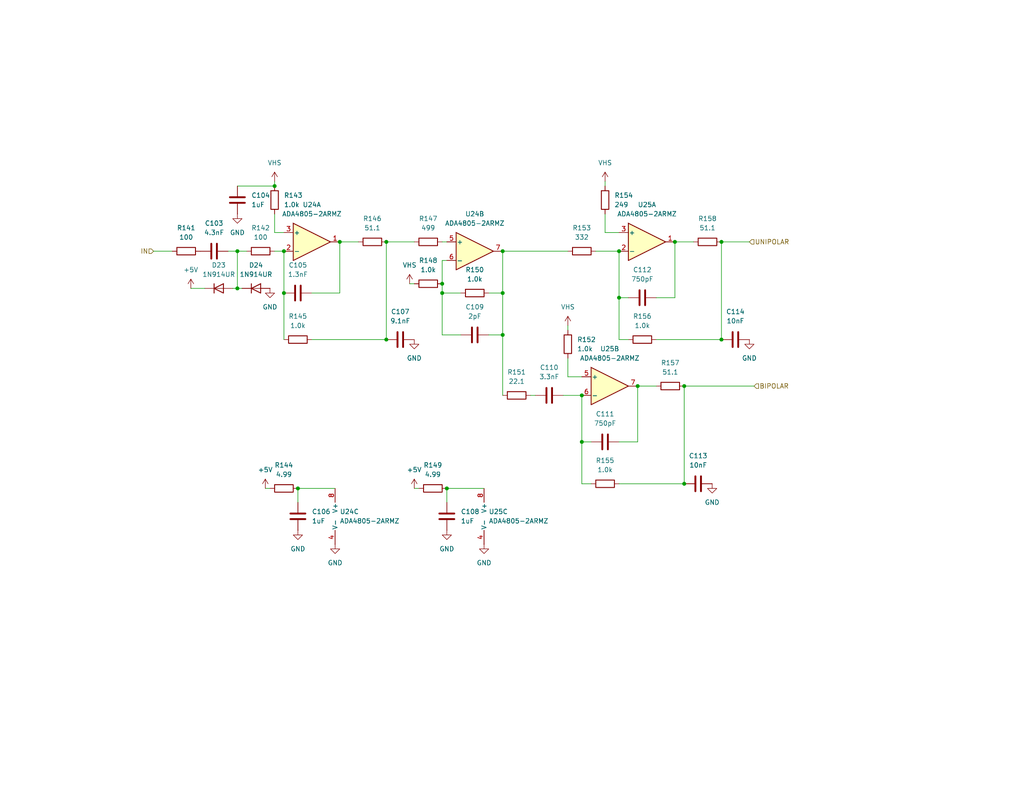
<source format=kicad_sch>
(kicad_sch (version 20231120) (generator "eeschema") (generator_version "8.0")
  (paper "USLetter")
  (title_block (title "QuERI MPU") (date "2024-07-10") (rev "RR4") (company "Noqsi Aerospace Ltd") (comment 1 "15 Blanchard Avenue, Billerica MA 01821") (comment 2 "jpd@noqsi.com"))
  (lib_symbols
    (symbol "QuERI_symbols:+2.5F" (power) (pin_names (offset 0))
      (property "Value" "+2.5F" (at 0 3.556 0))
      (symbol "+2.5F_0_1"
        (polyline (pts (xy -0.762 1.27) (xy 0 2.54)))
        (polyline (pts (xy 0 0) (xy 0 2.54)))
        (polyline (pts (xy 0 2.54) (xy 0.762 1.27)))
      )
      (symbol "+2.5F_1_1"
        (pin power_in line (at 0 0 90) (length 0) hide (name "+2.5F") (number "1"))
      )
    )
    (symbol "QuERI_symbols:1N914UR" (pin_numbers hide) (pin_names hide)
      (property "Reference" "D" (at 0 2.54 0))
      (property "Value" "1N914UR" (at 0 -2.54 0))
      (symbol "1N914UR_0_1"
        (polyline (pts (xy -1.27 1.27) (xy -1.27 -1.27)) (stroke (width 0.254)))
        (polyline (pts (xy 1.27 0) (xy -1.27 0)))
        (polyline (pts (xy 1.27 1.27) (xy 1.27 -1.27) (xy -1.27 0) (xy 1.27 1.27)) (stroke (width 0.254)))
      )
      (symbol "1N914UR_1_1"
        (pin passive line (at -3.81 0 0) (length 2.54) (name "K") (number "1"))
        (pin passive line (at 3.81 0 180) (length 2.54) (name "A") (number "2"))
      )
    )
    (symbol "QuERI_symbols:ADA4805-2ARMZ" (pin_names (offset 0.127))
      (property "Reference" "U" (at 0 5.08 0))
      (property "Value" "ADA4805-2ARMZ" (at 0 -5.08 0))
      (symbol "ADA4805-2ARMZ_1_1"
        (polyline (pts (xy -5.08 5.08) (xy 5.08 0) (xy -5.08 -5.08) (xy -5.08 5.08)) (stroke (width 0.254)) (fill (type background)))
        (pin output line (at 7.62 0 180) (length 2.54) (name "~") (number "1"))
        (pin input line (at -7.62 -2.54 0) (length 2.54) (name "-") (number "2"))
        (pin input line (at -7.62 2.54 0) (length 2.54) (name "+") (number "3"))
      )
      (symbol "ADA4805-2ARMZ_2_1"
        (polyline (pts (xy -5.08 5.08) (xy 5.08 0) (xy -5.08 -5.08) (xy -5.08 5.08)) (stroke (width 0.254)) (fill (type background)))
        (pin input line (at -7.62 2.54 0) (length 2.54) (name "+") (number "5"))
        (pin input line (at -7.62 -2.54 0) (length 2.54) (name "-") (number "6"))
        (pin output line (at 7.62 0 180) (length 2.54) (name "~") (number "7"))
      )
      (symbol "ADA4805-2ARMZ_3_1"
        (pin power_in line (at -2.54 -7.62 90) (length 3.81) (name "V-") (number "4"))
        (pin power_in line (at -2.54 7.62 270) (length 3.81) (name "V+") (number "8"))
      )
    )
    (symbol "QuERI_symbols:C" (pin_numbers hide) (pin_names (offset 0.254))
      (property "Reference" "C" (at 0.635 2.54 0))
      (property "Value" "1uF" (at 0.635 -2.54 0))
      (symbol "C_0_1"
        (polyline (pts (xy -2.032 -0.762) (xy 2.032 -0.762)) (stroke (width 0.508)))
        (polyline (pts (xy -2.032 0.762) (xy 2.032 0.762)) (stroke (width 0.508)))
      )
      (symbol "C_1_1"
        (pin passive line (at 0 3.81 270) (length 2.794) (name "~") (number "1"))
        (pin passive line (at 0 -3.81 90) (length 2.794) (name "~") (number "2"))
      )
    )
    (symbol "QuERI_symbols:Csmall" (pin_numbers hide) (pin_names (offset 0.254))
      (property "Reference" "C" (at 0.635 2.54 0))
      (property "Value" "Csmall" (at 0.635 -2.54 0))
      (symbol "Csmall_0_1"
        (polyline (pts (xy -2.032 -0.762) (xy 2.032 -0.762)) (stroke (width 0.508)))
        (polyline (pts (xy -2.032 0.762) (xy 2.032 0.762)) (stroke (width 0.508)))
      )
      (symbol "Csmall_1_1"
        (pin passive line (at 0 3.81 270) (length 2.794) (name "~") (number "1"))
        (pin passive line (at 0 -3.81 90) (length 2.794) (name "~") (number "2"))
      )
    )
    (symbol "QuERI_symbols:Rlowp" (pin_numbers hide) (pin_names (offset 0))
      (property "Reference" "R" (at 2.032 0 90))
      (property "Value" "Rlowp" (at 0 0 90))
      (symbol "Rlowp_0_1"
        (rectangle (start -1.016 -2.54) (end 1.016 2.54) (stroke (width 0.254)))
      )
      (symbol "Rlowp_1_1"
        (pin passive line (at 0 3.81 270) (length 1.27) (name "~") (number "1"))
        (pin passive line (at 0 -3.81 90) (length 1.27) (name "~") (number "2"))
      )
    )
    (symbol "power:+5V" (power) (pin_numbers hide) (pin_names (offset 0) hide)
      (property "Value" "+5V" (at 0 3.556 0))
      (symbol "+5V_0_1"
        (polyline (pts (xy -0.762 1.27) (xy 0 2.54)))
        (polyline (pts (xy 0 0) (xy 0 2.54)))
        (polyline (pts (xy 0 2.54) (xy 0.762 1.27)))
      )
      (symbol "+5V_1_1"
        (pin power_in line (at 0 0 90) (length 0) (name "~") (number "1"))
      )
    )
    (symbol "power:GND" (power) (pin_numbers hide) (pin_names (offset 0) hide)
      (property "Value" "GND" (at 0 -3.81 0))
      (symbol "GND_0_1"
        (polyline (pts (xy 0 0) (xy 0 -1.27) (xy 1.27 -1.27) (xy 0 -2.54) (xy -1.27 -1.27) (xy 0 -1.27)))
      )
      (symbol "GND_1_1"
        (pin power_in line (at 0 0 270) (length 0) (name "~") (number "1"))
      )
    )
  )
  (junction (at 196.85 66.04))
  (junction (at 186.69 105.41))
  (junction (at 64.77 78.74))
  (junction (at 120.65 80.01))
  (junction (at 173.99 105.41))
  (junction (at 158.75 120.65))
  (junction (at 158.75 107.95))
  (junction (at 77.47 68.58))
  (junction (at 168.91 81.28))
  (junction (at 137.16 91.44))
  (junction (at 121.92 133.35))
  (junction (at 64.77 68.58))
  (junction (at 168.91 68.58))
  (junction (at 81.28 133.35))
  (junction (at 77.47 80.01))
  (junction (at 196.85 92.71))
  (junction (at 74.93 50.8))
  (junction (at 137.16 68.58))
  (junction (at 137.16 80.01))
  (junction (at 120.65 77.47))
  (junction (at 105.41 92.71))
  (junction (at 105.41 66.04))
  (junction (at 92.71 66.04))
  (junction (at 184.15 66.04))
  (junction (at 186.69 132.08))
  (wire (pts (xy 85.09 80.01) (xy 92.71 80.01)))
  (wire (pts (xy 158.75 120.65) (xy 161.29 120.65)))
  (wire (pts (xy 64.77 50.8) (xy 74.93 50.8)))
  (wire (pts (xy 62.23 68.58) (xy 64.77 68.58)))
  (wire (pts (xy 113.03 133.35) (xy 114.3 133.35)))
  (wire (pts (xy 171.45 92.71) (xy 168.91 92.71)))
  (wire (pts (xy 168.91 120.65) (xy 173.99 120.65)))
  (wire (pts (xy 184.15 81.28) (xy 184.15 66.04)))
  (wire (pts (xy 173.99 105.41) (xy 179.07 105.41)))
  (wire (pts (xy 168.91 81.28) (xy 168.91 68.58)))
  (wire (pts (xy 81.28 133.35) (xy 81.28 137.16)))
  (wire (pts (xy 64.77 78.74) (xy 66.04 78.74)))
  (wire (pts (xy 125.73 80.01) (xy 120.65 80.01)))
  (wire (pts (xy 186.69 105.41) (xy 205.74 105.41)))
  (wire (pts (xy 168.91 92.71) (xy 168.91 81.28)))
  (wire (pts (xy 85.09 92.71) (xy 105.41 92.71)))
  (wire (pts (xy 105.41 66.04) (xy 113.03 66.04)))
  (wire (pts (xy 72.39 133.35) (xy 73.66 133.35)))
  (wire (pts (xy 179.07 92.71) (xy 196.85 92.71)))
  (wire (pts (xy 74.93 49.53) (xy 74.93 50.8)))
  (wire (pts (xy 137.16 68.58) (xy 154.94 68.58)))
  (wire (pts (xy 154.94 97.79) (xy 154.94 102.87)))
  (wire (pts (xy 77.47 80.01) (xy 77.47 92.71)))
  (wire (pts (xy 173.99 120.65) (xy 173.99 105.41)))
  (wire (pts (xy 120.65 80.01) (xy 120.65 77.47)))
  (wire (pts (xy 63.5 78.74) (xy 64.77 78.74)))
  (wire (pts (xy 154.94 102.87) (xy 158.75 102.87)))
  (wire (pts (xy 74.93 68.58) (xy 77.47 68.58)))
  (wire (pts (xy 121.92 133.35) (xy 121.92 137.16)))
  (wire (pts (xy 168.91 132.08) (xy 186.69 132.08)))
  (wire (pts (xy 74.93 58.42) (xy 74.93 63.5)))
  (wire (pts (xy 162.56 68.58) (xy 168.91 68.58)))
  (wire (pts (xy 77.47 68.58) (xy 77.47 80.01)))
  (wire (pts (xy 133.35 91.44) (xy 137.16 91.44)))
  (wire (pts (xy 81.28 133.35) (xy 91.44 133.35)))
  (wire (pts (xy 161.29 132.08) (xy 158.75 132.08)))
  (wire (pts (xy 179.07 81.28) (xy 184.15 81.28)))
  (wire (pts (xy 92.71 80.01) (xy 92.71 66.04)))
  (wire (pts (xy 125.73 91.44) (xy 120.65 91.44)))
  (wire (pts (xy 168.91 81.28) (xy 171.45 81.28)))
  (wire (pts (xy 153.67 107.95) (xy 158.75 107.95)))
  (wire (pts (xy 74.93 63.5) (xy 77.47 63.5)))
  (wire (pts (xy 165.1 63.5) (xy 168.91 63.5)))
  (wire (pts (xy 121.92 133.35) (xy 132.08 133.35)))
  (wire (pts (xy 111.76 77.47) (xy 113.03 77.47)))
  (wire (pts (xy 64.77 68.58) (xy 64.77 78.74)))
  (wire (pts (xy 144.78 107.95) (xy 146.05 107.95)))
  (wire (pts (xy 165.1 49.53) (xy 165.1 50.8)))
  (wire (pts (xy 120.65 66.04) (xy 121.92 66.04)))
  (wire (pts (xy 133.35 80.01) (xy 137.16 80.01)))
  (wire (pts (xy 184.15 66.04) (xy 189.23 66.04)))
  (wire (pts (xy 92.71 66.04) (xy 97.79 66.04)))
  (wire (pts (xy 64.77 68.58) (xy 67.31 68.58)))
  (wire (pts (xy 196.85 66.04) (xy 204.47 66.04)))
  (wire (pts (xy 120.65 71.12) (xy 121.92 71.12)))
  (wire (pts (xy 41.91 68.58) (xy 46.99 68.58)))
  (wire (pts (xy 137.16 91.44) (xy 137.16 107.95)))
  (wire (pts (xy 196.85 92.71) (xy 196.85 66.04)))
  (wire (pts (xy 120.65 91.44) (xy 120.65 80.01)))
  (wire (pts (xy 137.16 80.01) (xy 137.16 68.58)))
  (wire (pts (xy 105.41 92.71) (xy 105.41 66.04)))
  (wire (pts (xy 137.16 91.44) (xy 137.16 80.01)))
  (wire (pts (xy 154.94 88.9) (xy 154.94 90.17)))
  (wire (pts (xy 158.75 120.65) (xy 158.75 107.95)))
  (wire (pts (xy 165.1 58.42) (xy 165.1 63.5)))
  (wire (pts (xy 158.75 132.08) (xy 158.75 120.65)))
  (wire (pts (xy 52.07 78.74) (xy 55.88 78.74)))
  (wire (pts (xy 186.69 132.08) (xy 186.69 105.41)))
  (wire (pts (xy 120.65 77.47) (xy 120.65 71.12)))
  (hierarchical_label "IN" (shape input) (at 41.91 68.58 180))
  (hierarchical_label "UNIPOLAR" (shape input) (at 204.47 66.04 0))
  (hierarchical_label "BIPOLAR" (shape input) (at 205.74 105.41 0))
  (symbol (lib_id "power:+5V") (at 52.07 78.74 0) (unit 1)
    (property "Reference" "#PWR0212" (effects (hide yes)))
    (property "Value" "+5V" (at 52.07 73.66 0))
    (property "Description" "Power symbol creates a global label with name \"+5V\"" (effects (hide yes)))
    (instances (project "MPU" (path "" (reference "#PWR0212") (unit 1)) (path "" (reference "#PWR0196") (unit 1))))
  )
  (symbol (lib_id "QuERI_symbols:Csmall") (at 81.28 80.01 90) (unit 1)
    (property "Reference" "C105" (at 81.28 72.39 90))
    (property "Value" "1.3nF" (at 81.28 74.93 90))
    (property "Footprint" "Capacitor_SMD:C_0603_1608Metric" (effects (hide yes)))
    (property "Description" "Unpolarized capacitor" (effects (hide yes)))
    (property "Spec" "50WVDC C0G" (effects (hide yes)))
    (instances (project "MPU" (path "" (reference "C105") (unit 1)) (path "" (reference "C93") (unit 1))))
  )
  (symbol (lib_id "QuERI_symbols:C") (at 64.77 54.61 0) (unit 1)
    (property "Reference" "C104" (at 68.58 53.34 0) (effects (justify left)))
    (property "Value" "1uF" (at 68.58 55.88 0) (effects (justify left)))
    (property "Footprint" "Capacitor_SMD:C_0805_2012Metric" (effects (hide yes)))
    (property "Description" "Unpolarized capacitor" (effects (hide yes)))
    (property "Spec" "16WVDC X7R" (effects (hide yes)))
    (instances (project "MPU" (path "" (reference "C104") (unit 1)) (path "" (reference "C92") (unit 1))))
  )
  (symbol (lib_id "QuERI_symbols:ADA4805-2ARMZ") (at 166.37 105.41 0) (unit 2)
    (property "Reference" "U25" (at 166.37 95.25 0))
    (property "Value" "ADA4805-2ARMZ" (at 166.37 97.79 0))
    (property "Footprint" "Package_SO:MSOP-8_3x3mm_P0.65mm" (effects (hide yes)))
    (property "Datasheet" "https://www.analog.com/media/en/technical-documentation/data-sheets/ADA4805-1_4805-2.pdf" (effects (hide yes)))
    (property "Description" "Dual Operational Amplifiers, DIP-8/SOIC-8/TSSOP-8/VSSOP-8" (effects (hide yes)))
    (instances (project "MPU" (path "" (reference "U25") (unit 2)) (path "" (reference "U23") (unit 2))))
  )
  (symbol (lib_id "power:GND") (at 132.08 148.59 0) (unit 1)
    (property "Reference" "#PWR0223" (effects (hide yes)))
    (property "Value" "GND" (at 132.08 153.67 0))
    (property "Description" "Power symbol creates a global label with name \"GND\" , ground" (effects (hide yes)))
    (instances (project "MPU" (path "" (reference "#PWR0223") (unit 1)) (path "" (reference "#PWR0207") (unit 1))))
  )
  (symbol (lib_id "QuERI_symbols:C") (at 81.28 140.97 0) (unit 1)
    (property "Reference" "C106" (at 85.09 139.7 0) (effects (justify left)))
    (property "Value" "1uF" (at 85.09 142.24 0) (effects (justify left)))
    (property "Footprint" "Capacitor_SMD:C_0805_2012Metric" (effects (hide yes)))
    (property "Description" "Unpolarized capacitor" (effects (hide yes)))
    (property "Spec" "16WVDC X7R" (effects (hide yes)))
    (instances (project "MPU" (path "" (reference "C106") (unit 1)) (path "" (reference "C94") (unit 1))))
  )
  (symbol (lib_id "power:GND") (at 121.92 144.78 0) (unit 1)
    (property "Reference" "#PWR0222" (effects (hide yes)))
    (property "Value" "GND" (at 121.92 149.86 0))
    (property "Description" "Power symbol creates a global label with name \"GND\" , ground" (effects (hide yes)))
    (instances (project "MPU" (path "" (reference "#PWR0222") (unit 1)) (path "" (reference "#PWR0206") (unit 1))))
  )
  (symbol (lib_id "QuERI_symbols:Rlowp") (at 50.8 68.58 90) (unit 1)
    (property "Reference" "R141" (at 50.8 62.23 90))
    (property "Value" "100" (at 50.8 64.77 90))
    (property "Footprint" "Resistor_SMD:R_0603_1608Metric" (effects (hide yes)))
    (property "Description" "Resistor" (effects (hide yes)))
    (property "Spec" "1% 1/10W" (effects (hide yes)))
    (instances (project "MPU" (path "" (reference "R141") (unit 1)) (path "" (reference "R123") (unit 1))))
  )
  (symbol (lib_id "QuERI_symbols:Rlowp") (at 74.93 54.61 0) (unit 1)
    (property "Reference" "R143" (at 77.47 53.34 0) (effects (justify left)))
    (property "Value" "1.0k" (at 77.47 55.88 0) (effects (justify left)))
    (property "Footprint" "Resistor_SMD:R_0603_1608Metric" (effects (hide yes)))
    (property "Description" "Resistor" (effects (hide yes)))
    (property "Spec" "1% 1/10W" (effects (hide yes)))
    (instances (project "MPU" (path "" (reference "R143") (unit 1)) (path "" (reference "R125") (unit 1))))
  )
  (symbol (lib_id "power:GND") (at 91.44 148.59 0) (unit 1)
    (property "Reference" "#PWR0218" (effects (hide yes)))
    (property "Value" "GND" (at 91.44 153.67 0))
    (property "Description" "Power symbol creates a global label with name \"GND\" , ground" (effects (hide yes)))
    (instances (project "MPU" (path "" (reference "#PWR0218") (unit 1)) (path "" (reference "#PWR0202") (unit 1))))
  )
  (symbol (lib_id "QuERI_symbols:Rlowp") (at 175.26 92.71 90) (unit 1)
    (property "Reference" "R156" (at 175.26 86.36 90))
    (property "Value" "1.0k" (at 175.26 88.9 90))
    (property "Footprint" "Resistor_SMD:R_0603_1608Metric" (effects (hide yes)))
    (property "Description" "Resistor" (effects (hide yes)))
    (property "Spec" "1% 1/10W" (effects (hide yes)))
    (instances (project "MPU" (path "" (reference "R156") (unit 1)) (path "" (reference "R138") (unit 1))))
  )
  (symbol (lib_id "QuERI_symbols:1N914UR") (at 69.85 78.74 0) (unit 1)
    (property "Reference" "D24" (at 69.85 72.39 0))
    (property "Value" "1N914UR" (at 69.85 74.93 0))
    (property "Footprint" "Diode_SMD:D_MiniMELF" (effects (hide yes)))
    (property "Description" "General Purpose Switching Diode" (effects (hide yes)))
    (property "Sim.Device" "D" (effects (hide yes)))
    (property "Sim.Pins" "1=K 2=A" (effects (hide yes)))
    (instances (project "MPU" (path "" (reference "D24") (unit 1)) (path "" (reference "D22") (unit 1))))
  )
  (symbol (lib_id "QuERI_symbols:+2.5F") (at 74.93 49.53 0) (unit 1)
    (property "Reference" "#PWR0216" (effects (hide yes)))
    (property "Value" "VHS" (at 74.93 44.45 0))
    (property "Description" "Power symbol creates a global label with name \"+2.5F\"" (effects (hide yes)))
    (instances (project "MPU" (path "" (reference "#PWR0216") (unit 1)) (path "" (reference "#PWR0200") (unit 1))))
  )
  (symbol (lib_id "QuERI_symbols:Rlowp") (at 193.04 66.04 90) (unit 1)
    (property "Reference" "R158" (at 193.04 59.69 90))
    (property "Value" "51.1" (at 193.04 62.23 90))
    (property "Footprint" "Resistor_SMD:R_0603_1608Metric" (effects (hide yes)))
    (property "Description" "Resistor" (effects (hide yes)))
    (property "Spec" "1% 1/10W" (effects (hide yes)))
    (instances (project "MPU" (path "" (reference "R158") (unit 1)) (path "" (reference "R140") (unit 1))))
  )
  (symbol (lib_id "QuERI_symbols:Csmall") (at 200.66 92.71 90) (unit 1)
    (property "Reference" "C114" (at 200.66 85.09 90))
    (property "Value" "10nF" (at 200.66 87.63 90))
    (property "Footprint" "Capacitor_SMD:C_0603_1608Metric" (effects (hide yes)))
    (property "Description" "Unpolarized capacitor" (effects (hide yes)))
    (property "Spec" "50WVDC C0G" (effects (hide yes)))
    (instances (project "MPU" (path "" (reference "C114") (unit 1)) (path "" (reference "C102") (unit 1))))
  )
  (symbol (lib_id "QuERI_symbols:Rlowp") (at 101.6 66.04 90) (unit 1)
    (property "Reference" "R146" (at 101.6 59.69 90))
    (property "Value" "51.1" (at 101.6 62.23 90))
    (property "Footprint" "Resistor_SMD:R_0603_1608Metric" (effects (hide yes)))
    (property "Description" "Resistor" (effects (hide yes)))
    (property "Spec" "1% 1/10W" (effects (hide yes)))
    (instances (project "MPU" (path "" (reference "R146") (unit 1)) (path "" (reference "R128") (unit 1))))
  )
  (symbol (lib_id "QuERI_symbols:+2.5F") (at 154.94 88.9 0) (unit 1)
    (property "Reference" "#PWR0224" (effects (hide yes)))
    (property "Value" "VHS" (at 154.94 83.82 0))
    (property "Description" "Power symbol creates a global label with name \"+2.5F\"" (effects (hide yes)))
    (instances (project "MPU" (path "" (reference "#PWR0224") (unit 1)) (path "" (reference "#PWR0208") (unit 1))))
  )
  (symbol (lib_id "QuERI_symbols:Csmall") (at 129.54 91.44 90) (unit 1)
    (property "Reference" "C109" (at 129.54 83.82 90))
    (property "Value" "2pF" (at 129.54 86.36 90))
    (property "Footprint" "Capacitor_SMD:C_0603_1608Metric" (effects (hide yes)))
    (property "Description" "Unpolarized capacitor" (effects (hide yes)))
    (property "Spec" "50WVDC C0G" (effects (hide yes)))
    (instances (project "MPU" (path "" (reference "C109") (unit 1)) (path "" (reference "C97") (unit 1))))
  )
  (symbol (lib_id "power:GND") (at 194.31 132.08 0) (unit 1)
    (property "Reference" "#PWR0226" (effects (hide yes)))
    (property "Value" "GND" (at 194.31 137.16 0))
    (property "Description" "Power symbol creates a global label with name \"GND\" , ground" (effects (hide yes)))
    (instances (project "MPU" (path "" (reference "#PWR0226") (unit 1)) (path "" (reference "#PWR0210") (unit 1))))
  )
  (symbol (lib_id "QuERI_symbols:Csmall") (at 109.22 92.71 90) (unit 1)
    (property "Reference" "C107" (at 109.22 85.09 90))
    (property "Value" "9.1nF" (at 109.22 87.63 90))
    (property "Footprint" "Capacitor_SMD:C_0603_1608Metric" (effects (hide yes)))
    (property "Description" "Unpolarized capacitor" (effects (hide yes)))
    (property "Spec" "50WVDC C0G" (effects (hide yes)))
    (instances (project "MPU" (path "" (reference "C107") (unit 1)) (path "" (reference "C95") (unit 1))))
  )
  (symbol (lib_id "QuERI_symbols:Csmall") (at 165.1 120.65 90) (unit 1)
    (property "Reference" "C111" (at 165.1 113.03 90))
    (property "Value" "750pF" (at 165.1 115.57 90))
    (property "Footprint" "Capacitor_SMD:C_0603_1608Metric" (effects (hide yes)))
    (property "Description" "Unpolarized capacitor" (effects (hide yes)))
    (property "Spec" "50WVDC C0G" (effects (hide yes)))
    (instances (project "MPU" (path "" (reference "C111") (unit 1)) (path "" (reference "C99") (unit 1))))
  )
  (symbol (lib_id "QuERI_symbols:Rlowp") (at 77.47 133.35 90) (unit 1)
    (property "Reference" "R144" (at 77.47 127 90))
    (property "Value" "4.99" (at 77.47 129.54 90))
    (property "Footprint" "Resistor_SMD:R_0603_1608Metric" (effects (hide yes)))
    (property "Description" "Resistor" (effects (hide yes)))
    (property "Spec" "1% 1/10W" (effects (hide yes)))
    (instances (project "MPU" (path "" (reference "R144") (unit 1)) (path "" (reference "R126") (unit 1))))
  )
  (symbol (lib_id "QuERI_symbols:Rlowp") (at 118.11 133.35 90) (unit 1)
    (property "Reference" "R149" (at 118.11 127 90))
    (property "Value" "4.99" (at 118.11 129.54 90))
    (property "Footprint" "Resistor_SMD:R_0603_1608Metric" (effects (hide yes)))
    (property "Description" "Resistor" (effects (hide yes)))
    (property "Spec" "1% 1/10W" (effects (hide yes)))
    (instances (project "MPU" (path "" (reference "R149") (unit 1)) (path "" (reference "R131") (unit 1))))
  )
  (symbol (lib_id "power:+5V") (at 113.03 133.35 0) (unit 1)
    (property "Reference" "#PWR0221" (effects (hide yes)))
    (property "Value" "+5V" (at 113.03 128.27 0))
    (property "Description" "Power symbol creates a global label with name \"+5V\"" (effects (hide yes)))
    (instances (project "MPU" (path "" (reference "#PWR0221") (unit 1)) (path "" (reference "#PWR0205") (unit 1))))
  )
  (symbol (lib_id "QuERI_symbols:Csmall") (at 190.5 132.08 90) (unit 1)
    (property "Reference" "C113" (at 190.5 124.46 90))
    (property "Value" "10nF" (at 190.5 127 90))
    (property "Footprint" "Capacitor_SMD:C_0603_1608Metric" (effects (hide yes)))
    (property "Description" "Unpolarized capacitor" (effects (hide yes)))
    (property "Spec" "50WVDC C0G" (effects (hide yes)))
    (instances (project "MPU" (path "" (reference "C113") (unit 1)) (path "" (reference "C101") (unit 1))))
  )
  (symbol (lib_id "QuERI_symbols:+2.5F") (at 111.76 77.47 0) (unit 1)
    (property "Reference" "#PWR0219" (effects (hide yes)))
    (property "Value" "VHS" (at 111.76 72.39 0))
    (property "Description" "Power symbol creates a global label with name \"+2.5F\"" (effects (hide yes)))
    (instances (project "MPU" (path "" (reference "#PWR0219") (unit 1)) (path "" (reference "#PWR0203") (unit 1))))
  )
  (symbol (lib_id "power:GND") (at 81.28 144.78 0) (unit 1)
    (property "Reference" "#PWR0217" (effects (hide yes)))
    (property "Value" "GND" (at 81.28 149.86 0))
    (property "Description" "Power symbol creates a global label with name \"GND\" , ground" (effects (hide yes)))
    (instances (project "MPU" (path "" (reference "#PWR0217") (unit 1)) (path "" (reference "#PWR0201") (unit 1))))
  )
  (symbol (lib_id "QuERI_symbols:Csmall") (at 149.86 107.95 90) (unit 1)
    (property "Reference" "C110" (at 149.86 100.33 90))
    (property "Value" "3.3nF" (at 149.86 102.87 90))
    (property "Footprint" "Capacitor_SMD:C_0603_1608Metric" (effects (hide yes)))
    (property "Description" "Unpolarized capacitor" (effects (hide yes)))
    (property "Spec" "50WVDC C0G" (effects (hide yes)))
    (instances (project "MPU" (path "" (reference "C110") (unit 1)) (path "" (reference "C98") (unit 1))))
  )
  (symbol (lib_id "QuERI_symbols:ADA4805-2ARMZ") (at 93.98 140.97 0) (unit 3)
    (property "Reference" "U24" (at 92.71 139.7 0) (effects (justify left)))
    (property "Value" "ADA4805-2ARMZ" (at 92.71 142.24 0) (effects (justify left)))
    (property "Footprint" "Package_SO:MSOP-8_3x3mm_P0.65mm" (effects (hide yes)))
    (property "Datasheet" "https://www.analog.com/media/en/technical-documentation/data-sheets/ADA4805-1_4805-2.pdf" (effects (hide yes)))
    (property "Description" "Dual Operational Amplifiers, DIP-8/SOIC-8/TSSOP-8/VSSOP-8" (effects (hide yes)))
    (instances (project "MPU" (path "" (reference "U24") (unit 3)) (path "" (reference "U22") (unit 3))))
  )
  (symbol (lib_id "QuERI_symbols:+2.5F") (at 165.1 49.53 0) (unit 1)
    (property "Reference" "#PWR0225" (effects (hide yes)))
    (property "Value" "VHS" (at 165.1 44.45 0))
    (property "Description" "Power symbol creates a global label with name \"+2.5F\"" (effects (hide yes)))
    (instances (project "MPU" (path "" (reference "#PWR0225") (unit 1)) (path "" (reference "#PWR0209") (unit 1))))
  )
  (symbol (lib_id "QuERI_symbols:Rlowp") (at 71.12 68.58 90) (unit 1)
    (property "Reference" "R142" (at 71.12 62.23 90))
    (property "Value" "100" (at 71.12 64.77 90))
    (property "Footprint" "Resistor_SMD:R_0603_1608Metric" (effects (hide yes)))
    (property "Description" "Resistor" (effects (hide yes)))
    (property "Spec" "1% 1/10W" (effects (hide yes)))
    (instances (project "MPU" (path "" (reference "R142") (unit 1)) (path "" (reference "R124") (unit 1))))
  )
  (symbol (lib_id "power:GND") (at 204.47 92.71 0) (unit 1)
    (property "Reference" "#PWR0227" (effects (hide yes)))
    (property "Value" "GND" (at 204.47 97.79 0))
    (property "Description" "Power symbol creates a global label with name \"GND\" , ground" (effects (hide yes)))
    (instances (project "MPU" (path "" (reference "#PWR0227") (unit 1)) (path "" (reference "#PWR0211") (unit 1))))
  )
  (symbol (lib_id "QuERI_symbols:Rlowp") (at 165.1 132.08 90) (unit 1)
    (property "Reference" "R155" (at 165.1 125.73 90))
    (property "Value" "1.0k" (at 165.1 128.27 90))
    (property "Footprint" "Resistor_SMD:R_0603_1608Metric" (effects (hide yes)))
    (property "Description" "Resistor" (effects (hide yes)))
    (property "Spec" "1% 1/10W" (effects (hide yes)))
    (instances (project "MPU" (path "" (reference "R155") (unit 1)) (path "" (reference "R137") (unit 1))))
  )
  (symbol (lib_id "QuERI_symbols:Csmall") (at 58.42 68.58 90) (unit 1)
    (property "Reference" "C103" (at 58.42 60.96 90))
    (property "Value" "4.3nF" (at 58.42 63.5 90))
    (property "Footprint" "Capacitor_SMD:C_0603_1608Metric" (effects (hide yes)))
    (property "Description" "Unpolarized capacitor" (effects (hide yes)))
    (property "Spec" "50WVDC C0G" (effects (hide yes)))
    (instances (project "MPU" (path "" (reference "C103") (unit 1)) (path "" (reference "C91") (unit 1))))
  )
  (symbol (lib_id "QuERI_symbols:C") (at 121.92 140.97 0) (unit 1)
    (property "Reference" "C108" (at 125.73 139.7 0) (effects (justify left)))
    (property "Value" "1uF" (at 125.73 142.24 0) (effects (justify left)))
    (property "Footprint" "Capacitor_SMD:C_0805_2012Metric" (effects (hide yes)))
    (property "Description" "Unpolarized capacitor" (effects (hide yes)))
    (property "Spec" "16WVDC X7R" (effects (hide yes)))
    (instances (project "MPU" (path "" (reference "C108") (unit 1)) (path "" (reference "C96") (unit 1))))
  )
  (symbol (lib_id "QuERI_symbols:Csmall") (at 175.26 81.28 90) (unit 1)
    (property "Reference" "C112" (at 175.26 73.66 90))
    (property "Value" "750pF" (at 175.26 76.2 90))
    (property "Footprint" "Capacitor_SMD:C_0603_1608Metric" (effects (hide yes)))
    (property "Description" "Unpolarized capacitor" (effects (hide yes)))
    (property "Spec" "50WVDC C0G" (effects (hide yes)))
    (instances (project "MPU" (path "" (reference "C112") (unit 1)) (path "" (reference "C100") (unit 1))))
  )
  (symbol (lib_id "QuERI_symbols:Rlowp") (at 165.1 54.61 0) (unit 1)
    (property "Reference" "R154" (at 167.64 53.3399 0) (effects (justify left)))
    (property "Value" "249" (at 167.64 55.8799 0) (effects (justify left)))
    (property "Footprint" "Resistor_SMD:R_0603_1608Metric" (effects (hide yes)))
    (property "Description" "Resistor" (effects (hide yes)))
    (property "Spec" "1% 1/10W" (effects (hide yes)))
    (instances (project "MPU" (path "" (reference "R154") (unit 1)) (path "" (reference "R136") (unit 1))))
  )
  (symbol (lib_id "power:GND") (at 73.66 78.74 0) (unit 1)
    (property "Reference" "#PWR0215" (effects (hide yes)))
    (property "Value" "GND" (at 73.66 83.82 0))
    (property "Description" "Power symbol creates a global label with name \"GND\" , ground" (effects (hide yes)))
    (instances (project "MPU" (path "" (reference "#PWR0215") (unit 1)) (path "" (reference "#PWR0199") (unit 1))))
  )
  (symbol (lib_id "QuERI_symbols:Rlowp") (at 81.28 92.71 90) (unit 1)
    (property "Reference" "R145" (at 81.28 86.36 90))
    (property "Value" "1.0k" (at 81.28 88.9 90))
    (property "Footprint" "Resistor_SMD:R_0603_1608Metric" (effects (hide yes)))
    (property "Description" "Resistor" (effects (hide yes)))
    (property "Spec" "1% 1/10W" (effects (hide yes)))
    (instances (project "MPU" (path "" (reference "R145") (unit 1)) (path "" (reference "R127") (unit 1))))
  )
  (symbol (lib_id "QuERI_symbols:Rlowp") (at 129.54 80.01 90) (unit 1)
    (property "Reference" "R150" (at 129.54 73.66 90))
    (property "Value" "1.0k" (at 129.54 76.2 90))
    (property "Footprint" "Resistor_SMD:R_0603_1608Metric" (effects (hide yes)))
    (property "Description" "Resistor" (effects (hide yes)))
    (property "Spec" "1% 1/10W" (effects (hide yes)))
    (instances (project "MPU" (path "" (reference "R150") (unit 1)) (path "" (reference "R132") (unit 1))))
  )
  (symbol (lib_id "QuERI_symbols:Rlowp") (at 154.94 93.98 0) (unit 1)
    (property "Reference" "R152" (at 157.48 92.71 0) (effects (justify left)))
    (property "Value" "1.0k" (at 157.48 95.25 0) (effects (justify left)))
    (property "Footprint" "Resistor_SMD:R_0603_1608Metric" (effects (hide yes)))
    (property "Description" "Resistor" (effects (hide yes)))
    (property "Spec" "1% 1/10W" (effects (hide yes)))
    (instances (project "MPU" (path "" (reference "R152") (unit 1)) (path "" (reference "R134") (unit 1))))
  )
  (symbol (lib_id "QuERI_symbols:Rlowp") (at 158.75 68.58 90) (unit 1)
    (property "Reference" "R153" (at 158.75 62.23 90))
    (property "Value" "332" (at 158.75 64.77 90))
    (property "Footprint" "Resistor_SMD:R_0603_1608Metric" (effects (hide yes)))
    (property "Description" "Resistor" (effects (hide yes)))
    (property "Spec" "1% 1/10W" (effects (hide yes)))
    (instances (project "MPU" (path "" (reference "R153") (unit 1)) (path "" (reference "R135") (unit 1))))
  )
  (symbol (lib_id "QuERI_symbols:ADA4805-2ARMZ") (at 134.62 140.97 0) (unit 3)
    (property "Reference" "U25" (at 133.35 139.7 0) (effects (justify left)))
    (property "Value" "ADA4805-2ARMZ" (at 133.35 142.24 0) (effects (justify left)))
    (property "Footprint" "Package_SO:MSOP-8_3x3mm_P0.65mm" (effects (hide yes)))
    (property "Datasheet" "https://www.analog.com/media/en/technical-documentation/data-sheets/ADA4805-1_4805-2.pdf" (effects (hide yes)))
    (property "Description" "Dual Operational Amplifiers, DIP-8/SOIC-8/TSSOP-8/VSSOP-8" (effects (hide yes)))
    (instances (project "MPU" (path "" (reference "U25") (unit 3)) (path "" (reference "U23") (unit 3))))
  )
  (symbol (lib_id "QuERI_symbols:Rlowp") (at 116.84 77.47 90) (unit 1)
    (property "Reference" "R148" (at 116.84 71.12 90))
    (property "Value" "1.0k" (at 116.84 73.66 90))
    (property "Footprint" "Resistor_SMD:R_0603_1608Metric" (effects (hide yes)))
    (property "Description" "Resistor" (effects (hide yes)))
    (property "Spec" "1% 1/10W" (effects (hide yes)))
    (instances (project "MPU" (path "" (reference "R148") (unit 1)) (path "" (reference "R130") (unit 1))))
  )
  (symbol (lib_id "power:+5V") (at 72.39 133.35 0) (unit 1)
    (property "Reference" "#PWR0214" (effects (hide yes)))
    (property "Value" "+5V" (at 72.39 128.27 0))
    (property "Description" "Power symbol creates a global label with name \"+5V\"" (effects (hide yes)))
    (instances (project "MPU" (path "" (reference "#PWR0214") (unit 1)) (path "" (reference "#PWR0198") (unit 1))))
  )
  (symbol (lib_id "power:GND") (at 64.77 58.42 0) (unit 1)
    (property "Reference" "#PWR0213" (effects (hide yes)))
    (property "Value" "GND" (at 64.77 63.5 0))
    (property "Description" "Power symbol creates a global label with name \"GND\" , ground" (effects (hide yes)))
    (instances (project "MPU" (path "" (reference "#PWR0213") (unit 1)) (path "" (reference "#PWR0197") (unit 1))))
  )
  (symbol (lib_id "QuERI_symbols:Rlowp") (at 116.84 66.04 90) (unit 1)
    (property "Reference" "R147" (at 116.84 59.69 90))
    (property "Value" "499" (at 116.84 62.23 90))
    (property "Footprint" "Resistor_SMD:R_0603_1608Metric" (effects (hide yes)))
    (property "Description" "Resistor" (effects (hide yes)))
    (property "Spec" "1% 1/10W" (effects (hide yes)))
    (instances (project "MPU" (path "" (reference "R147") (unit 1)) (path "" (reference "R129") (unit 1))))
  )
  (symbol (lib_id "QuERI_symbols:ADA4805-2ARMZ") (at 176.53 66.04 0) (unit 1)
    (property "Reference" "U25" (at 176.53 55.88 0))
    (property "Value" "ADA4805-2ARMZ" (at 176.53 58.42 0))
    (property "Footprint" "Package_SO:MSOP-8_3x3mm_P0.65mm" (effects (hide yes)))
    (property "Datasheet" "https://www.analog.com/media/en/technical-documentation/data-sheets/ADA4805-1_4805-2.pdf" (effects (hide yes)))
    (property "Description" "Dual Operational Amplifiers, DIP-8/SOIC-8/TSSOP-8/VSSOP-8" (effects (hide yes)))
    (instances (project "MPU" (path "" (reference "U25") (unit 1)) (path "" (reference "U23") (unit 1))))
  )
  (symbol (lib_id "QuERI_symbols:Rlowp") (at 140.97 107.95 90) (unit 1)
    (property "Reference" "R151" (at 140.97 101.6 90))
    (property "Value" "22.1" (at 140.97 104.14 90))
    (property "Footprint" "Resistor_SMD:R_0603_1608Metric" (effects (hide yes)))
    (property "Description" "Resistor" (effects (hide yes)))
    (property "Spec" "1% 1/10W" (effects (hide yes)))
    (instances (project "MPU" (path "" (reference "R151") (unit 1)) (path "" (reference "R133") (unit 1))))
  )
  (symbol (lib_id "power:GND") (at 113.03 92.71 0) (unit 1)
    (property "Reference" "#PWR0220" (effects (hide yes)))
    (property "Value" "GND" (at 113.03 97.79 0))
    (property "Description" "Power symbol creates a global label with name \"GND\" , ground" (effects (hide yes)))
    (instances (project "MPU" (path "" (reference "#PWR0220") (unit 1)) (path "" (reference "#PWR0204") (unit 1))))
  )
  (symbol (lib_id "QuERI_symbols:1N914UR") (at 59.69 78.74 0) (unit 1)
    (property "Reference" "D23" (at 59.69 72.39 0))
    (property "Value" "1N914UR" (at 59.69 74.93 0))
    (property "Footprint" "Diode_SMD:D_MiniMELF" (effects (hide yes)))
    (property "Description" "General Purpose Switching Diode" (effects (hide yes)))
    (property "Sim.Device" "D" (effects (hide yes)))
    (property "Sim.Pins" "1=K 2=A" (effects (hide yes)))
    (instances (project "MPU" (path "" (reference "D23") (unit 1)) (path "" (reference "D21") (unit 1))))
  )
  (symbol (lib_id "QuERI_symbols:Rlowp") (at 182.88 105.41 90) (unit 1)
    (property "Reference" "R157" (at 182.88 99.06 90))
    (property "Value" "51.1" (at 182.88 101.6 90))
    (property "Footprint" "Resistor_SMD:R_0603_1608Metric" (effects (hide yes)))
    (property "Description" "Resistor" (effects (hide yes)))
    (property "Spec" "1% 1/10W" (effects (hide yes)))
    (instances (project "MPU" (path "" (reference "R157") (unit 1)) (path "" (reference "R139") (unit 1))))
  )
  (symbol (lib_id "QuERI_symbols:ADA4805-2ARMZ") (at 129.54 68.58 0) (unit 2)
    (property "Reference" "U24" (at 129.54 58.42 0))
    (property "Value" "ADA4805-2ARMZ" (at 129.54 60.96 0))
    (property "Footprint" "Package_SO:MSOP-8_3x3mm_P0.65mm" (effects (hide yes)))
    (property "Datasheet" "https://www.analog.com/media/en/technical-documentation/data-sheets/ADA4805-1_4805-2.pdf" (effects (hide yes)))
    (property "Description" "Dual Operational Amplifiers, DIP-8/SOIC-8/TSSOP-8/VSSOP-8" (effects (hide yes)))
    (instances (project "MPU" (path "" (reference "U24") (unit 2)) (path "" (reference "U22") (unit 2))))
  )
  (symbol (lib_id "QuERI_symbols:ADA4805-2ARMZ") (at 85.09 66.04 0) (unit 1)
    (property "Reference" "U24" (at 85.09 55.88 0))
    (property "Value" "ADA4805-2ARMZ" (at 85.09 58.42 0))
    (property "Footprint" "Package_SO:MSOP-8_3x3mm_P0.65mm" (effects (hide yes)))
    (property "Datasheet" "https://www.analog.com/media/en/technical-documentation/data-sheets/ADA4805-1_4805-2.pdf" (effects (hide yes)))
    (property "Description" "Dual Operational Amplifiers, DIP-8/SOIC-8/TSSOP-8/VSSOP-8" (effects (hide yes)))
    (instances (project "MPU" (path "" (reference "U24") (unit 1)) (path "" (reference "U22") (unit 1))))
  )
)
</source>
